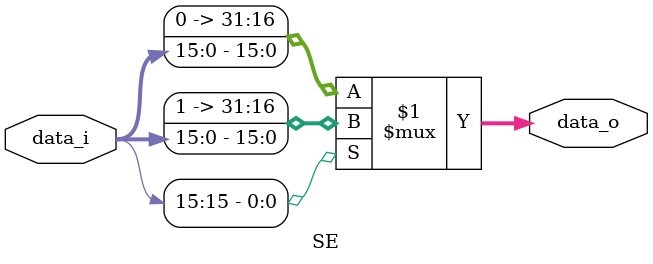
<source format=v>
module SE(
	input [15:0]data_i,
	output [31:0]data_o
	);

assign data_o=data_i[15]?{16'hFFFF,data_i}:{16'h0000,data_i};

endmodule

</source>
